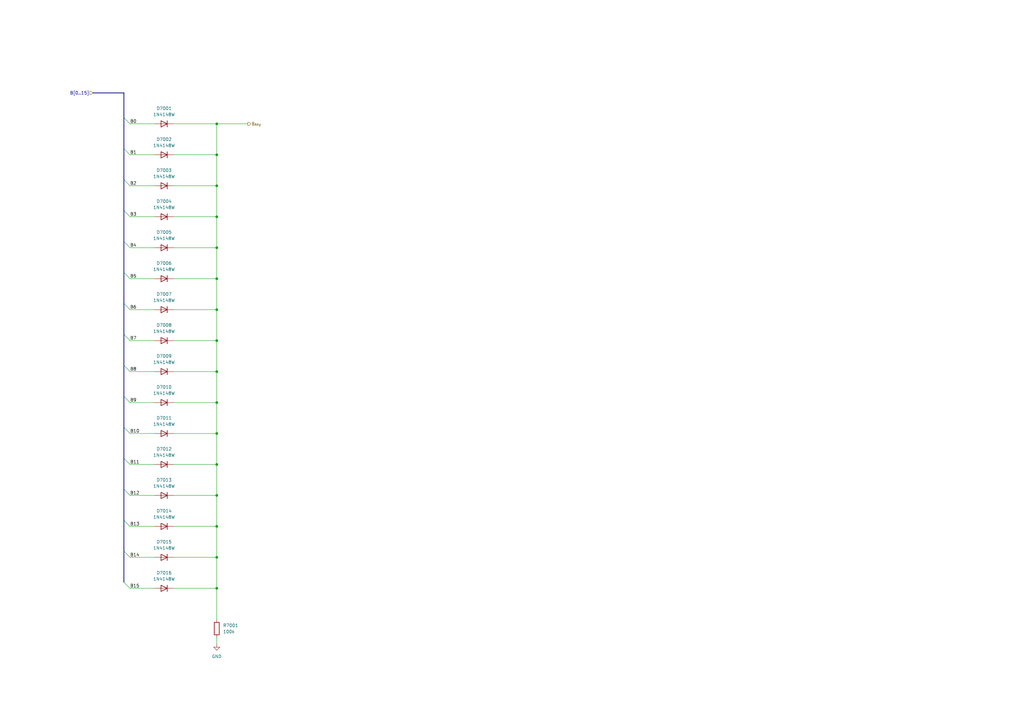
<source format=kicad_sch>
(kicad_sch (version 20231120) (generator "eeschema") (generator_version "8.0")
  (paper "A3")
  (lib_symbols
    (symbol "Device:R" (pin_numbers hide) (pin_names (offset 0))
      (property "Reference" "R" (at 2.032 0 90))
      (property "Value" "R" (at 0 0 90))
      (symbol "R_0_1"
        (rectangle (start -1.016 -2.54) (end 1.016 2.54) (stroke (width 0.254)))
      )
      (symbol "R_1_1"
        (pin passive line (at 0 3.81 270) (length 1.27) (name "~") (number "1"))
        (pin passive line (at 0 -3.81 90) (length 1.27) (name "~") (number "2"))
      )
    )
    (symbol "Diode:1N4148W" (pin_numbers hide) (pin_names hide)
      (property "Reference" "D" (at 0 2.54 0))
      (property "Value" "1N4148W" (at 0 -2.54 0))
      (symbol "1N4148W_0_1"
        (polyline (pts (xy -1.27 1.27) (xy -1.27 -1.27)) (stroke (width 0.254)))
        (polyline (pts (xy 1.27 0) (xy -1.27 0)))
        (polyline (pts (xy 1.27 1.27) (xy 1.27 -1.27) (xy -1.27 0) (xy 1.27 1.27)) (stroke (width 0.254)))
      )
      (symbol "1N4148W_1_1"
        (pin passive line (at -3.81 0 0) (length 2.54) (name "K") (number "1"))
        (pin passive line (at 3.81 0 180) (length 2.54) (name "A") (number "2"))
      )
    )
    (symbol "power:GND" (power) (pin_numbers hide) (pin_names (offset 0) hide)
      (property "Value" "GND" (at 0 -3.81 0))
      (symbol "GND_0_1"
        (polyline (pts (xy 0 0) (xy 0 -1.27) (xy 1.27 -1.27) (xy 0 -2.54) (xy -1.27 -1.27) (xy 0 -1.27)))
      )
      (symbol "GND_1_1"
        (pin power_in line (at 0 0 270) (length 0) (name "~") (number "1"))
      )
    )
  )
  (junction (at 88.9 152.4))
  (junction (at 88.9 177.8))
  (junction (at 88.9 76.2))
  (junction (at 88.9 215.9))
  (junction (at 88.9 241.3))
  (junction (at 88.9 190.5))
  (junction (at 88.9 127))
  (junction (at 88.9 203.2))
  (junction (at 88.9 63.5))
  (junction (at 88.9 50.8))
  (junction (at 88.9 228.6))
  (junction (at 88.9 101.6))
  (junction (at 88.9 139.7))
  (junction (at 88.9 114.3))
  (junction (at 88.9 165.1))
  (junction (at 88.9 88.9))
  (bus_entry (at 50.8 124.46) (size 2.54 2.54))
  (bus_entry (at 50.8 200.66) (size 2.54 2.54))
  (bus_entry (at 50.8 187.96) (size 2.54 2.54))
  (bus_entry (at 50.8 238.76) (size 2.54 2.54))
  (bus_entry (at 50.8 175.26) (size 2.54 2.54))
  (bus_entry (at 50.8 226.06) (size 2.54 2.54))
  (bus_entry (at 50.8 73.66) (size 2.54 2.54))
  (bus_entry (at 50.8 149.86) (size 2.54 2.54))
  (bus_entry (at 50.8 111.76) (size 2.54 2.54))
  (bus_entry (at 50.8 86.36) (size 2.54 2.54))
  (bus_entry (at 50.8 99.06) (size 2.54 2.54))
  (bus_entry (at 50.8 60.96) (size 2.54 2.54))
  (bus_entry (at 50.8 48.26) (size 2.54 2.54))
  (bus_entry (at 50.8 162.56) (size 2.54 2.54))
  (bus_entry (at 50.8 213.36) (size 2.54 2.54))
  (bus_entry (at 50.8 137.16) (size 2.54 2.54))
  (bus (pts (xy 50.8 38.1) (xy 50.8 48.26)))
  (wire (pts (xy 71.12 228.6) (xy 88.9 228.6)))
  (wire (pts (xy 53.34 241.3) (xy 63.5 241.3)))
  (wire (pts (xy 71.12 63.5) (xy 88.9 63.5)))
  (wire (pts (xy 88.9 165.1) (xy 88.9 152.4)))
  (wire (pts (xy 71.12 88.9) (xy 88.9 88.9)))
  (bus (pts (xy 50.8 124.46) (xy 50.8 137.16)))
  (wire (pts (xy 88.9 261.62) (xy 88.9 264.16)))
  (wire (pts (xy 53.34 50.8) (xy 63.5 50.8)))
  (wire (pts (xy 71.12 165.1) (xy 88.9 165.1)))
  (bus (pts (xy 38.1 38.1) (xy 50.8 38.1)))
  (wire (pts (xy 53.34 203.2) (xy 63.5 203.2)))
  (wire (pts (xy 88.9 76.2) (xy 88.9 63.5)))
  (bus (pts (xy 50.8 111.76) (xy 50.8 124.46)))
  (bus (pts (xy 50.8 175.26) (xy 50.8 187.96)))
  (wire (pts (xy 71.12 190.5) (xy 88.9 190.5)))
  (wire (pts (xy 53.34 63.5) (xy 63.5 63.5)))
  (wire (pts (xy 88.9 127) (xy 88.9 114.3)))
  (wire (pts (xy 71.12 152.4) (xy 88.9 152.4)))
  (wire (pts (xy 88.9 241.3) (xy 88.9 228.6)))
  (bus (pts (xy 50.8 137.16) (xy 50.8 149.86)))
  (wire (pts (xy 88.9 152.4) (xy 88.9 139.7)))
  (wire (pts (xy 88.9 177.8) (xy 88.9 165.1)))
  (wire (pts (xy 53.34 215.9) (xy 63.5 215.9)))
  (wire (pts (xy 53.34 139.7) (xy 63.5 139.7)))
  (wire (pts (xy 88.9 50.8) (xy 71.12 50.8)))
  (wire (pts (xy 71.12 76.2) (xy 88.9 76.2)))
  (bus (pts (xy 50.8 60.96) (xy 50.8 73.66)))
  (wire (pts (xy 88.9 101.6) (xy 88.9 88.9)))
  (wire (pts (xy 71.12 215.9) (xy 88.9 215.9)))
  (wire (pts (xy 88.9 228.6) (xy 88.9 215.9)))
  (wire (pts (xy 88.9 254) (xy 88.9 241.3)))
  (wire (pts (xy 71.12 139.7) (xy 88.9 139.7)))
  (wire (pts (xy 71.12 203.2) (xy 88.9 203.2)))
  (wire (pts (xy 53.34 165.1) (xy 63.5 165.1)))
  (wire (pts (xy 71.12 127) (xy 88.9 127)))
  (bus (pts (xy 50.8 213.36) (xy 50.8 226.06)))
  (wire (pts (xy 53.34 88.9) (xy 63.5 88.9)))
  (wire (pts (xy 53.34 228.6) (xy 63.5 228.6)))
  (bus (pts (xy 50.8 200.66) (xy 50.8 213.36)))
  (bus (pts (xy 50.8 99.06) (xy 50.8 111.76)))
  (wire (pts (xy 53.34 177.8) (xy 63.5 177.8)))
  (wire (pts (xy 71.12 101.6) (xy 88.9 101.6)))
  (wire (pts (xy 88.9 114.3) (xy 88.9 101.6)))
  (bus (pts (xy 50.8 149.86) (xy 50.8 162.56)))
  (wire (pts (xy 53.34 190.5) (xy 63.5 190.5)))
  (wire (pts (xy 88.9 88.9) (xy 88.9 76.2)))
  (bus (pts (xy 50.8 187.96) (xy 50.8 200.66)))
  (wire (pts (xy 71.12 177.8) (xy 88.9 177.8)))
  (wire (pts (xy 53.34 101.6) (xy 63.5 101.6)))
  (wire (pts (xy 53.34 76.2) (xy 63.5 76.2)))
  (bus (pts (xy 50.8 73.66) (xy 50.8 86.36)))
  (bus (pts (xy 50.8 226.06) (xy 50.8 238.76)))
  (wire (pts (xy 88.9 190.5) (xy 88.9 177.8)))
  (wire (pts (xy 88.9 203.2) (xy 88.9 190.5)))
  (bus (pts (xy 50.8 86.36) (xy 50.8 99.06)))
  (wire (pts (xy 53.34 152.4) (xy 63.5 152.4)))
  (wire (pts (xy 88.9 139.7) (xy 88.9 127)))
  (wire (pts (xy 88.9 215.9) (xy 88.9 203.2)))
  (wire (pts (xy 71.12 241.3) (xy 88.9 241.3)))
  (wire (pts (xy 53.34 127) (xy 63.5 127)))
  (wire (pts (xy 71.12 114.3) (xy 88.9 114.3)))
  (wire (pts (xy 53.34 114.3) (xy 63.5 114.3)))
  (bus (pts (xy 50.8 162.56) (xy 50.8 175.26)))
  (wire (pts (xy 88.9 63.5) (xy 88.9 50.8)))
  (bus (pts (xy 50.8 48.26) (xy 50.8 60.96)))
  (wire (pts (xy 88.9 50.8) (xy 101.6 50.8)))
  (label "B10" (at 53.34 177.8 0))
  (label "B2" (at 53.34 76.2 0))
  (label "B0" (at 53.34 50.8 0))
  (label "B8" (at 53.34 152.4 0))
  (label "B11" (at 53.34 190.5 0))
  (label "B14" (at 53.34 228.6 0))
  (label "B3" (at 53.34 88.9 0))
  (label "B1" (at 53.34 63.5 0))
  (label "B5" (at 53.34 114.3 0))
  (label "B15" (at 53.34 241.3 0))
  (label "B13" (at 53.34 215.9 0))
  (label "B6" (at 53.34 127 0))
  (label "B9" (at 53.34 165.1 0))
  (label "B7" (at 53.34 139.7 0))
  (label "B12" (at 53.34 203.2 0))
  (label "B4" (at 53.34 101.6 0))
  (hierarchical_label "B[0..15]" (shape input) (at 38.1 38.1 180))
  (hierarchical_label "B_{Any}" (shape output) (at 101.6 50.8 0))
  (symbol (lib_id "Diode:1N4148W") (at 67.31 203.2 180) (unit 1)
    (property "Reference" "D7013" (at 67.31 196.85 0))
    (property "Value" "1N4148W" (at 67.31 199.39 0))
    (property "Footprint" "Diode_SMD:D_SOD-323" (effects (hide yes)))
    (property "Datasheet" "https://jlcpcb.com/partdetail/2485-1N4148WS/C2128" (effects (hide yes)))
    (property "Description" "75V 0.15A Fast Switching Diode, SOD-123" (effects (hide yes)))
    (property "Sim.Device" "D" (effects (hide yes)))
    (property "Sim.Pins" "1=K 2=A" (effects (hide yes)))
    (property "LCSC" "C2128" (effects (hide yes)))
  )
  (symbol (lib_id "Diode:1N4148W") (at 67.31 152.4 180) (unit 1)
    (property "Reference" "D7009" (at 67.31 146.05 0))
    (property "Value" "1N4148W" (at 67.31 148.59 0))
    (property "Footprint" "Diode_SMD:D_SOD-323" (effects (hide yes)))
    (property "Datasheet" "https://jlcpcb.com/partdetail/2485-1N4148WS/C2128" (effects (hide yes)))
    (property "Description" "75V 0.15A Fast Switching Diode, SOD-123" (effects (hide yes)))
    (property "Sim.Device" "D" (effects (hide yes)))
    (property "Sim.Pins" "1=K 2=A" (effects (hide yes)))
    (property "LCSC" "C2128" (effects (hide yes)))
  )
  (symbol (lib_id "Diode:1N4148W") (at 67.31 127 180) (unit 1)
    (property "Reference" "D7007" (at 67.31 120.65 0))
    (property "Value" "1N4148W" (at 67.31 123.19 0))
    (property "Footprint" "Diode_SMD:D_SOD-323" (effects (hide yes)))
    (property "Datasheet" "https://jlcpcb.com/partdetail/2485-1N4148WS/C2128" (effects (hide yes)))
    (property "Description" "75V 0.15A Fast Switching Diode, SOD-123" (effects (hide yes)))
    (property "Sim.Device" "D" (effects (hide yes)))
    (property "Sim.Pins" "1=K 2=A" (effects (hide yes)))
    (property "LCSC" "C2128" (effects (hide yes)))
  )
  (symbol (lib_id "Diode:1N4148W") (at 67.31 215.9 180) (unit 1)
    (property "Reference" "D7014" (at 67.31 209.55 0))
    (property "Value" "1N4148W" (at 67.31 212.09 0))
    (property "Footprint" "Diode_SMD:D_SOD-323" (effects (hide yes)))
    (property "Datasheet" "https://jlcpcb.com/partdetail/2485-1N4148WS/C2128" (effects (hide yes)))
    (property "Description" "75V 0.15A Fast Switching Diode, SOD-123" (effects (hide yes)))
    (property "Sim.Device" "D" (effects (hide yes)))
    (property "Sim.Pins" "1=K 2=A" (effects (hide yes)))
    (property "LCSC" "C2128" (effects (hide yes)))
  )
  (symbol (lib_id "Diode:1N4148W") (at 67.31 114.3 180) (unit 1)
    (property "Reference" "D7006" (at 67.31 107.95 0))
    (property "Value" "1N4148W" (at 67.31 110.49 0))
    (property "Footprint" "Diode_SMD:D_SOD-323" (effects (hide yes)))
    (property "Datasheet" "https://jlcpcb.com/partdetail/2485-1N4148WS/C2128" (effects (hide yes)))
    (property "Description" "75V 0.15A Fast Switching Diode, SOD-123" (effects (hide yes)))
    (property "Sim.Device" "D" (effects (hide yes)))
    (property "Sim.Pins" "1=K 2=A" (effects (hide yes)))
    (property "LCSC" "C2128" (effects (hide yes)))
  )
  (symbol (lib_id "Device:R") (at 88.9 257.81 0) (unit 1)
    (property "Reference" "R7001" (at 91.44 256.5399 0) (effects (justify left)))
    (property "Value" "100k" (at 91.44 259.0799 0) (effects (justify left)))
    (property "Footprint" "Resistor_SMD:R_0603_1608Metric" (effects (hide yes)))
    (property "Datasheet" "https://jlcpcb.com/partdetail/26546-0603WAF1003T5E/C25803" (effects (hide yes)))
    (property "Description" "Resistor" (effects (hide yes)))
    (property "LCSC" "C25803" (effects (hide yes)))
  )
  (symbol (lib_id "Diode:1N4148W") (at 67.31 50.8 180) (unit 1)
    (property "Reference" "D7001" (at 67.31 44.45 0))
    (property "Value" "1N4148W" (at 67.31 46.99 0))
    (property "Footprint" "Diode_SMD:D_SOD-323" (effects (hide yes)))
    (property "Datasheet" "https://jlcpcb.com/partdetail/2485-1N4148WS/C2128" (effects (hide yes)))
    (property "Description" "75V 0.15A Fast Switching Diode, SOD-123" (effects (hide yes)))
    (property "Sim.Device" "D" (effects (hide yes)))
    (property "Sim.Pins" "1=K 2=A" (effects (hide yes)))
    (property "LCSC" "C2128" (effects (hide yes)))
  )
  (symbol (lib_id "Diode:1N4148W") (at 67.31 76.2 180) (unit 1)
    (property "Reference" "D7003" (at 67.31 69.85 0))
    (property "Value" "1N4148W" (at 67.31 72.39 0))
    (property "Footprint" "Diode_SMD:D_SOD-323" (effects (hide yes)))
    (property "Datasheet" "https://jlcpcb.com/partdetail/2485-1N4148WS/C2128" (effects (hide yes)))
    (property "Description" "75V 0.15A Fast Switching Diode, SOD-123" (effects (hide yes)))
    (property "Sim.Device" "D" (effects (hide yes)))
    (property "Sim.Pins" "1=K 2=A" (effects (hide yes)))
    (property "LCSC" "C2128" (effects (hide yes)))
  )
  (symbol (lib_id "Diode:1N4148W") (at 67.31 241.3 180) (unit 1)
    (property "Reference" "D7016" (at 67.31 234.95 0))
    (property "Value" "1N4148W" (at 67.31 237.49 0))
    (property "Footprint" "Diode_SMD:D_SOD-323" (effects (hide yes)))
    (property "Datasheet" "https://jlcpcb.com/partdetail/2485-1N4148WS/C2128" (effects (hide yes)))
    (property "Description" "75V 0.15A Fast Switching Diode, SOD-123" (effects (hide yes)))
    (property "Sim.Device" "D" (effects (hide yes)))
    (property "Sim.Pins" "1=K 2=A" (effects (hide yes)))
    (property "LCSC" "C2128" (effects (hide yes)))
  )
  (symbol (lib_id "Diode:1N4148W") (at 67.31 88.9 180) (unit 1)
    (property "Reference" "D7004" (at 67.31 82.55 0))
    (property "Value" "1N4148W" (at 67.31 85.09 0))
    (property "Footprint" "Diode_SMD:D_SOD-323" (effects (hide yes)))
    (property "Datasheet" "https://jlcpcb.com/partdetail/2485-1N4148WS/C2128" (effects (hide yes)))
    (property "Description" "75V 0.15A Fast Switching Diode, SOD-123" (effects (hide yes)))
    (property "Sim.Device" "D" (effects (hide yes)))
    (property "Sim.Pins" "1=K 2=A" (effects (hide yes)))
    (property "LCSC" "C2128" (effects (hide yes)))
  )
  (symbol (lib_id "Diode:1N4148W") (at 67.31 139.7 180) (unit 1)
    (property "Reference" "D7008" (at 67.31 133.35 0))
    (property "Value" "1N4148W" (at 67.31 135.89 0))
    (property "Footprint" "Diode_SMD:D_SOD-323" (effects (hide yes)))
    (property "Datasheet" "https://jlcpcb.com/partdetail/2485-1N4148WS/C2128" (effects (hide yes)))
    (property "Description" "75V 0.15A Fast Switching Diode, SOD-123" (effects (hide yes)))
    (property "Sim.Device" "D" (effects (hide yes)))
    (property "Sim.Pins" "1=K 2=A" (effects (hide yes)))
    (property "LCSC" "C2128" (effects (hide yes)))
  )
  (symbol (lib_id "Diode:1N4148W") (at 67.31 190.5 180) (unit 1)
    (property "Reference" "D7012" (at 67.31 184.15 0))
    (property "Value" "1N4148W" (at 67.31 186.69 0))
    (property "Footprint" "Diode_SMD:D_SOD-323" (effects (hide yes)))
    (property "Datasheet" "https://jlcpcb.com/partdetail/2485-1N4148WS/C2128" (effects (hide yes)))
    (property "Description" "75V 0.15A Fast Switching Diode, SOD-123" (effects (hide yes)))
    (property "Sim.Device" "D" (effects (hide yes)))
    (property "Sim.Pins" "1=K 2=A" (effects (hide yes)))
    (property "LCSC" "C2128" (effects (hide yes)))
  )
  (symbol (lib_id "Diode:1N4148W") (at 67.31 101.6 180) (unit 1)
    (property "Reference" "D7005" (at 67.31 95.25 0))
    (property "Value" "1N4148W" (at 67.31 97.79 0))
    (property "Footprint" "Diode_SMD:D_SOD-323" (effects (hide yes)))
    (property "Datasheet" "https://jlcpcb.com/partdetail/2485-1N4148WS/C2128" (effects (hide yes)))
    (property "Description" "75V 0.15A Fast Switching Diode, SOD-123" (effects (hide yes)))
    (property "Sim.Device" "D" (effects (hide yes)))
    (property "Sim.Pins" "1=K 2=A" (effects (hide yes)))
    (property "LCSC" "C2128" (effects (hide yes)))
  )
  (symbol (lib_id "Diode:1N4148W") (at 67.31 63.5 180) (unit 1)
    (property "Reference" "D7002" (at 67.31 57.15 0))
    (property "Value" "1N4148W" (at 67.31 59.69 0))
    (property "Footprint" "Diode_SMD:D_SOD-323" (effects (hide yes)))
    (property "Datasheet" "https://jlcpcb.com/partdetail/2485-1N4148WS/C2128" (effects (hide yes)))
    (property "Description" "75V 0.15A Fast Switching Diode, SOD-123" (effects (hide yes)))
    (property "Sim.Device" "D" (effects (hide yes)))
    (property "Sim.Pins" "1=K 2=A" (effects (hide yes)))
    (property "LCSC" "C2128" (effects (hide yes)))
  )
  (symbol (lib_id "Diode:1N4148W") (at 67.31 228.6 180) (unit 1)
    (property "Reference" "D7015" (at 67.31 222.25 0))
    (property "Value" "1N4148W" (at 67.31 224.79 0))
    (property "Footprint" "Diode_SMD:D_SOD-323" (effects (hide yes)))
    (property "Datasheet" "https://jlcpcb.com/partdetail/2485-1N4148WS/C2128" (effects (hide yes)))
    (property "Description" "75V 0.15A Fast Switching Diode, SOD-123" (effects (hide yes)))
    (property "Sim.Device" "D" (effects (hide yes)))
    (property "Sim.Pins" "1=K 2=A" (effects (hide yes)))
    (property "LCSC" "C2128" (effects (hide yes)))
  )
  (symbol (lib_id "Diode:1N4148W") (at 67.31 177.8 180) (unit 1)
    (property "Reference" "D7011" (at 67.31 171.45 0))
    (property "Value" "1N4148W" (at 67.31 173.99 0))
    (property "Footprint" "Diode_SMD:D_SOD-323" (effects (hide yes)))
    (property "Datasheet" "https://jlcpcb.com/partdetail/2485-1N4148WS/C2128" (effects (hide yes)))
    (property "Description" "75V 0.15A Fast Switching Diode, SOD-123" (effects (hide yes)))
    (property "Sim.Device" "D" (effects (hide yes)))
    (property "Sim.Pins" "1=K 2=A" (effects (hide yes)))
    (property "LCSC" "C2128" (effects (hide yes)))
  )
  (symbol (lib_id "power:GND") (at 88.9 264.16 0) (unit 1)
    (property "Reference" "#PWR07001" (effects (hide yes)))
    (property "Value" "GND" (at 88.9 269.24 0))
    (property "Description" "Power symbol creates a global label with name \"GND\" , ground" (effects (hide yes)))
  )
  (symbol (lib_id "Diode:1N4148W") (at 67.31 165.1 180) (unit 1)
    (property "Reference" "D7010" (at 67.31 158.75 0))
    (property "Value" "1N4148W" (at 67.31 161.29 0))
    (property "Footprint" "Diode_SMD:D_SOD-323" (effects (hide yes)))
    (property "Datasheet" "https://jlcpcb.com/partdetail/2485-1N4148WS/C2128" (effects (hide yes)))
    (property "Description" "75V 0.15A Fast Switching Diode, SOD-123" (effects (hide yes)))
    (property "Sim.Device" "D" (effects (hide yes)))
    (property "Sim.Pins" "1=K 2=A" (effects (hide yes)))
    (property "LCSC" "C2128" (effects (hide yes)))
  )
)
</source>
